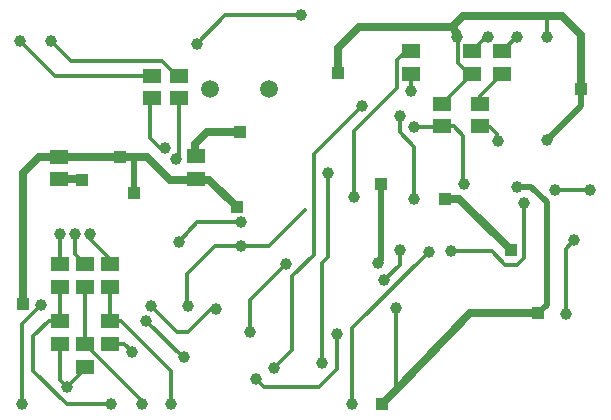
<source format=gbl>
G75*
%MOIN*%
%OFA0B0*%
%FSLAX25Y25*%
%IPPOS*%
%LPD*%
%AMOC8*
5,1,8,0,0,1.08239X$1,22.5*
%
%ADD10R,0.05906X0.05118*%
%ADD11C,0.05937*%
%ADD12R,0.03962X0.03962*%
%ADD13C,0.02756*%
%ADD14C,0.01181*%
%ADD15C,0.01969*%
%ADD16C,0.03962*%
%ADD17C,0.01575*%
D10*
X0029937Y0030404D03*
X0029937Y0037885D03*
X0021669Y0038081D03*
X0021669Y0045562D03*
X0021669Y0057176D03*
X0029898Y0057176D03*
X0038165Y0057176D03*
X0038165Y0064656D03*
X0029898Y0064656D03*
X0021669Y0064656D03*
X0038205Y0045562D03*
X0038205Y0038081D03*
X0021433Y0092944D03*
X0021433Y0100424D03*
X0052161Y0120011D03*
X0052161Y0127491D03*
X0061256Y0127412D03*
X0061256Y0119932D03*
X0066925Y0100522D03*
X0066925Y0093042D03*
X0138795Y0128042D03*
X0138795Y0135522D03*
X0158874Y0135522D03*
X0158874Y0128042D03*
X0169110Y0128042D03*
X0169110Y0135522D03*
X0161630Y0118003D03*
X0161630Y0110522D03*
X0149031Y0110522D03*
X0149031Y0118003D03*
D11*
X0091335Y0123160D03*
X0071650Y0123160D03*
D12*
X0081512Y0108554D03*
X0080528Y0083751D03*
X0046472Y0088278D03*
X0041551Y0100483D03*
X0028953Y0092806D03*
X0009268Y0051270D03*
X0114386Y0128239D03*
X0128559Y0091428D03*
X0149819Y0086507D03*
X0171866Y0069184D03*
X0181118Y0048318D03*
X0128953Y0018003D03*
X0195291Y0122924D03*
D13*
X0195291Y0141034D01*
X0188992Y0147333D01*
X0182496Y0147333D01*
X0155921Y0147333D01*
X0152181Y0143593D01*
X0153953Y0141822D01*
X0153953Y0140444D01*
X0152181Y0143593D02*
X0151984Y0143790D01*
X0121472Y0143790D01*
X0114386Y0136704D01*
X0114386Y0128239D01*
X0114583Y0128239D01*
X0081512Y0108554D02*
X0070488Y0108554D01*
X0066748Y0104814D01*
X0066748Y0100700D01*
X0066925Y0093042D02*
X0066689Y0092806D01*
X0071472Y0092806D01*
X0080528Y0083751D01*
X0066689Y0092806D02*
X0058283Y0092806D01*
X0050665Y0100424D01*
X0046669Y0100424D01*
X0046472Y0100227D01*
X0046669Y0100424D02*
X0041610Y0100424D01*
X0021433Y0100424D01*
X0014720Y0100424D01*
X0009268Y0094971D01*
X0009268Y0051270D01*
X0021433Y0092944D02*
X0028815Y0092944D01*
X0128953Y0018003D02*
X0133886Y0023068D01*
X0158480Y0048318D01*
X0181118Y0048318D01*
X0171866Y0069184D02*
X0154543Y0086507D01*
X0149819Y0086507D01*
D14*
X0156118Y0091428D02*
X0156315Y0091231D01*
X0156118Y0091428D02*
X0156118Y0107373D01*
X0152969Y0110522D01*
X0149031Y0110522D01*
X0148835Y0110326D01*
X0139780Y0110326D01*
X0134858Y0108751D02*
X0134858Y0113869D01*
X0134858Y0108751D02*
X0139780Y0103830D01*
X0139780Y0086507D01*
X0119701Y0087097D02*
X0119701Y0109144D01*
X0134071Y0123515D01*
X0134071Y0132570D01*
X0137024Y0135522D01*
X0138795Y0135522D01*
X0138795Y0128042D02*
X0138795Y0122333D01*
X0149031Y0119774D02*
X0149031Y0118003D01*
X0149031Y0119774D02*
X0150606Y0119774D01*
X0158874Y0128042D01*
X0157890Y0128042D01*
X0154150Y0131782D01*
X0154150Y0140247D01*
X0153953Y0140444D01*
X0158874Y0135522D02*
X0163598Y0140247D01*
X0164189Y0140444D01*
X0169110Y0135522D02*
X0174031Y0140444D01*
X0182496Y0147333D02*
X0183874Y0145956D01*
X0183874Y0140444D01*
X0169110Y0128042D02*
X0161630Y0120562D01*
X0161630Y0118003D01*
X0161630Y0110522D02*
X0161827Y0110326D01*
X0164976Y0110326D01*
X0167339Y0107963D01*
X0167535Y0105601D01*
X0186630Y0089263D02*
X0198441Y0089263D01*
X0193126Y0072530D02*
X0190173Y0069578D01*
X0190173Y0048121D01*
X0173835Y0064459D02*
X0170094Y0064459D01*
X0165567Y0068987D01*
X0151984Y0068987D01*
X0144504Y0068790D02*
X0118913Y0043200D01*
X0118913Y0018003D01*
X0108087Y0023711D02*
X0113992Y0029617D01*
X0113992Y0041428D01*
X0108874Y0031585D02*
X0108874Y0065050D01*
X0110843Y0067019D01*
X0110843Y0094971D01*
X0111039Y0095168D01*
X0106315Y0101467D02*
X0122260Y0117412D01*
X0106315Y0101467D02*
X0106315Y0067806D01*
X0099031Y0060522D01*
X0099031Y0036113D01*
X0093126Y0030011D01*
X0089583Y0023711D02*
X0086827Y0026467D01*
X0089583Y0023711D02*
X0108087Y0023711D01*
X0133677Y0023277D02*
X0133886Y0023068D01*
X0133677Y0023277D02*
X0133677Y0050089D01*
X0129740Y0059341D02*
X0134858Y0064459D01*
X0134858Y0069184D01*
X0103165Y0082767D02*
X0091157Y0070759D01*
X0081906Y0070759D01*
X0082496Y0070759D01*
X0081906Y0070759D02*
X0073244Y0070759D01*
X0063992Y0061507D01*
X0063992Y0050877D01*
X0064189Y0050680D01*
X0071866Y0049696D02*
X0064189Y0042019D01*
X0060646Y0042019D01*
X0051984Y0050680D01*
X0050409Y0045759D02*
X0062614Y0033554D01*
X0063008Y0033554D01*
X0058677Y0029026D02*
X0042142Y0045562D01*
X0038205Y0045562D01*
X0038205Y0057137D01*
X0038165Y0057176D01*
X0029937Y0057137D02*
X0029937Y0037885D01*
X0048835Y0018987D01*
X0048835Y0018003D01*
X0058677Y0018003D02*
X0058677Y0029026D01*
X0045685Y0035326D02*
X0045685Y0035522D01*
X0043126Y0038081D01*
X0038205Y0038081D01*
X0029937Y0030404D02*
X0029937Y0029814D01*
X0023835Y0023711D01*
X0021669Y0025877D01*
X0021669Y0038081D01*
X0021669Y0045562D02*
X0021472Y0045759D01*
X0017929Y0045759D01*
X0012811Y0040641D01*
X0012811Y0029026D01*
X0023835Y0018003D01*
X0038795Y0018003D01*
X0008874Y0018003D02*
X0008874Y0044578D01*
X0015370Y0051074D01*
X0021669Y0045562D02*
X0021669Y0057176D01*
X0029898Y0057176D02*
X0029937Y0057137D01*
X0029898Y0064656D02*
X0026591Y0067963D01*
X0026591Y0074696D01*
X0021669Y0074696D02*
X0021669Y0064656D01*
X0031512Y0073121D02*
X0031512Y0074696D01*
X0031512Y0073121D02*
X0038165Y0066467D01*
X0038165Y0064656D01*
X0061433Y0072137D02*
X0067339Y0078633D01*
X0081906Y0078633D01*
X0096866Y0064656D02*
X0085055Y0052845D01*
X0085055Y0042019D01*
X0073638Y0049696D02*
X0071866Y0049696D01*
X0028953Y0092806D02*
X0028815Y0092944D01*
X0051591Y0106585D02*
X0051591Y0119440D01*
X0052161Y0120011D01*
X0052161Y0127491D02*
X0019858Y0127491D01*
X0008480Y0138869D01*
X0018520Y0138869D02*
X0025409Y0132373D01*
X0055724Y0132373D01*
X0060685Y0127412D01*
X0061256Y0127412D01*
X0061256Y0119932D02*
X0061433Y0119755D01*
X0061433Y0100680D01*
X0060449Y0099696D01*
X0056512Y0103239D02*
X0054937Y0103239D01*
X0051591Y0106585D01*
X0066748Y0100700D02*
X0066925Y0100522D01*
X0067339Y0138081D02*
X0076787Y0147530D01*
X0101984Y0147530D01*
X0176197Y0084932D02*
X0176394Y0085129D01*
X0176197Y0084932D02*
X0176197Y0066822D01*
X0173835Y0064459D01*
D15*
X0183874Y0051074D02*
X0183874Y0085326D01*
X0178756Y0090444D01*
X0174031Y0090444D01*
X0183874Y0105995D02*
X0195291Y0117412D01*
X0195291Y0122924D01*
X0128559Y0091428D02*
X0128559Y0066034D01*
X0127575Y0065050D01*
X0181118Y0048318D02*
X0183874Y0051074D01*
X0046472Y0088278D02*
X0046472Y0100227D01*
D16*
X0008874Y0018003D03*
X0023835Y0023711D03*
X0038795Y0018003D03*
X0048835Y0018003D03*
X0058677Y0018003D03*
X0063008Y0033554D03*
X0050409Y0045759D03*
X0051984Y0050680D03*
X0064189Y0050680D03*
X0073638Y0049696D03*
X0085055Y0042019D03*
X0093126Y0030011D03*
X0086827Y0026467D03*
X0108874Y0031585D03*
X0113992Y0041428D03*
X0133677Y0050089D03*
X0129740Y0059341D03*
X0127575Y0065050D03*
X0134858Y0069184D03*
X0144504Y0068790D03*
X0151984Y0068987D03*
X0139780Y0086507D03*
X0156315Y0091231D03*
X0174031Y0090444D03*
X0176394Y0085129D03*
X0186630Y0089263D03*
X0198441Y0089263D03*
X0193126Y0072530D03*
X0190173Y0048121D03*
X0118913Y0018003D03*
X0096866Y0064656D03*
X0081906Y0070759D03*
X0081906Y0078633D03*
X0061433Y0072137D03*
X0031512Y0074696D03*
X0026591Y0074696D03*
X0021669Y0074696D03*
X0015370Y0051074D03*
X0045685Y0035326D03*
X0119701Y0087097D03*
X0111039Y0095168D03*
X0134858Y0113869D03*
X0139780Y0110326D03*
X0138795Y0122333D03*
X0122260Y0117412D03*
X0153953Y0140444D03*
X0164189Y0140444D03*
X0174031Y0140444D03*
X0183874Y0140444D03*
X0183874Y0105995D03*
X0167535Y0105601D03*
X0101984Y0147530D03*
X0067339Y0138081D03*
X0056512Y0103239D03*
X0060449Y0099696D03*
X0018520Y0138869D03*
X0008480Y0138869D03*
D17*
X0041551Y0100483D02*
X0041610Y0100424D01*
M02*

</source>
